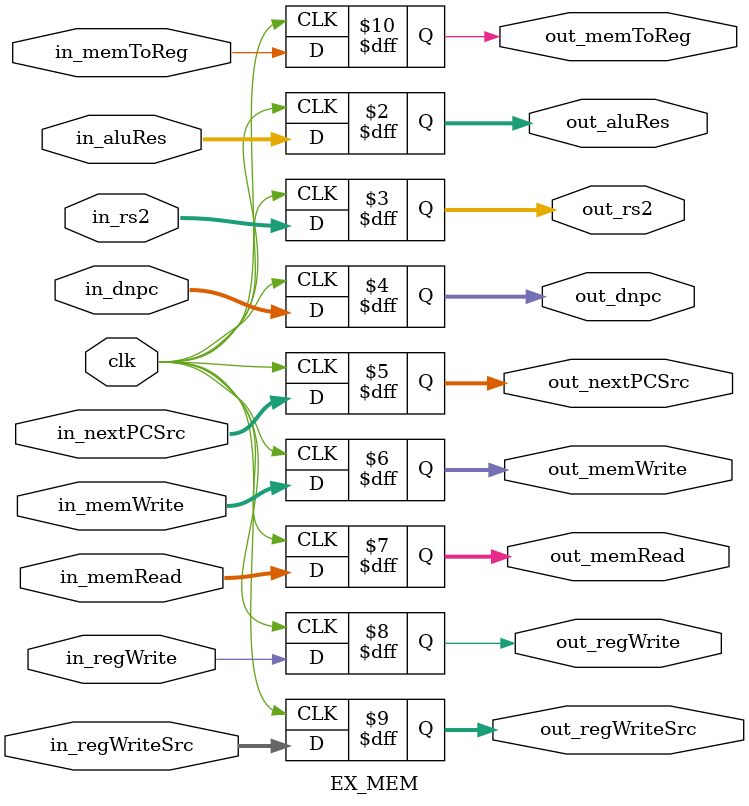
<source format=v>
`timescale 1ns / 1ps


module EX_MEM(
           input clk,
           input [31:0] in_aluRes,
           input [31:0] in_rs2,
           input [31:0] in_dnpc,
           // mem stage
           input [1:0]  in_nextPCSrc,
           input [1:0]  in_memWrite,
           input [2:0]  in_memRead,
           // wb stage
           input        in_regWrite,
           input [2:0]  in_regWriteSrc,
           input        in_memToReg,

           output reg [31:0] out_aluRes,
           output reg [31:0] out_rs2,
           output reg [31:0] out_dnpc,
           output reg [1:0]  out_nextPCSrc,
           output reg [1:0]  out_memWrite,
           output reg [2:0]  out_memRead,
           output reg        out_regWrite,
           output reg [2:0]  out_regWriteSrc,
           output reg        out_memToReg
       );
always @(posedge clk) begin
    out_aluRes      <= in_aluRes;
    out_rs2         <= in_rs2;
    out_dnpc        <= in_dnpc;
    out_nextPCSrc   <= in_nextPCSrc;
    out_memWrite    <= in_memWrite;
    out_memRead     <= in_memRead;
    out_regWrite    <= in_regWrite;
    out_regWriteSrc <= in_regWriteSrc;
    out_memToReg    <= in_memToReg;
end
endmodule

</source>
